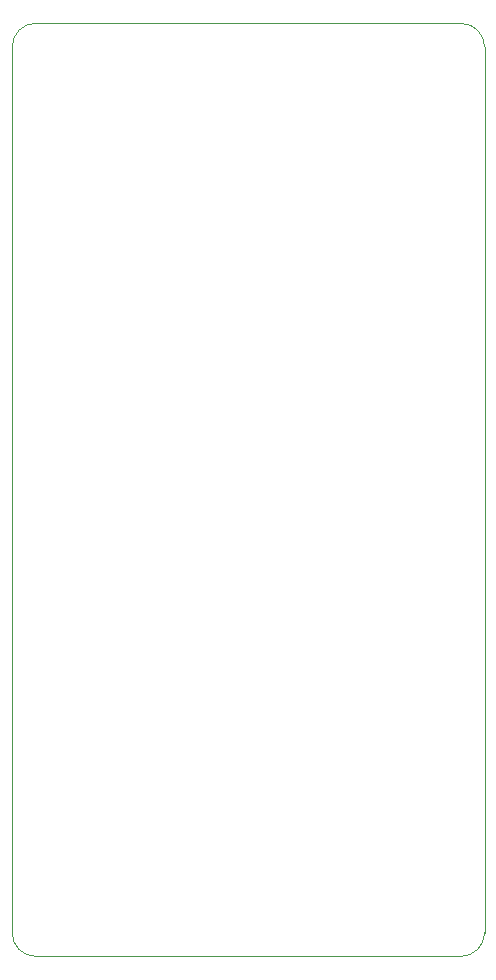
<source format=gbr>
%TF.GenerationSoftware,KiCad,Pcbnew,9.0.1*%
%TF.CreationDate,2025-10-14T12:54:38+02:00*%
%TF.ProjectId,sstc-interrupter,73737463-2d69-46e7-9465-727275707465,rev?*%
%TF.SameCoordinates,Original*%
%TF.FileFunction,Profile,NP*%
%FSLAX46Y46*%
G04 Gerber Fmt 4.6, Leading zero omitted, Abs format (unit mm)*
G04 Created by KiCad (PCBNEW 9.0.1) date 2025-10-14 12:54:38*
%MOMM*%
%LPD*%
G01*
G04 APERTURE LIST*
%TA.AperFunction,Profile*%
%ADD10C,0.050000*%
%TD*%
G04 APERTURE END LIST*
D10*
X87000000Y-46000000D02*
G75*
G02*
X89000000Y-44000000I2000000J0D01*
G01*
X89000000Y-44000000D02*
X125000000Y-44000000D01*
X89000000Y-123000000D02*
G75*
G02*
X87000000Y-121000000I0J2000000D01*
G01*
X127000000Y-46000000D02*
X127000000Y-121000000D01*
X125000000Y-123000000D02*
X89000000Y-123000000D01*
X125000000Y-44000000D02*
G75*
G02*
X127000000Y-46000000I0J-2000000D01*
G01*
X87000000Y-121000000D02*
X87000000Y-46000000D01*
X127000000Y-121000000D02*
G75*
G02*
X125000000Y-123000000I-2000000J0D01*
G01*
M02*

</source>
